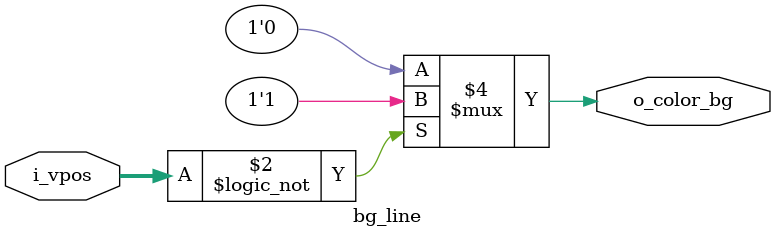
<source format=v>
`default_nettype none

module bg_line #(parameter CONV = 0, parameter GND_LINE = 0) (
  // Graphics
  input wire [9:CONV] i_vpos,
  output reg o_color_bg   // Dedicated outputs
);


  always @(*) begin
    o_color_bg = 1'b0;
    // optimize this heavily for ROM
    if (i_vpos == GND_LINE) begin
      o_color_bg = 1'b1;
    end
  end
endmodule



</source>
